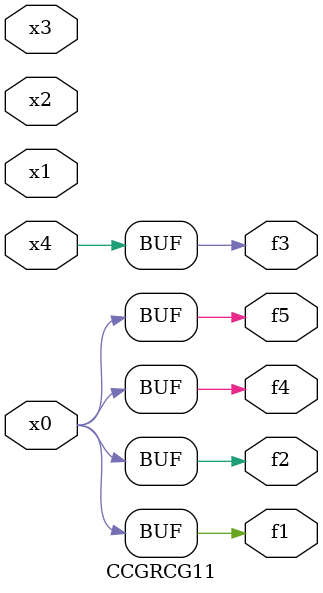
<source format=v>
module CCGRCG11(
	input x0, x1, x2, x3, x4,
	output f1, f2, f3, f4, f5
);
	assign f1 = x0;
	assign f2 = x0;
	assign f3 = x4;
	assign f4 = x0;
	assign f5 = x0;
endmodule

</source>
